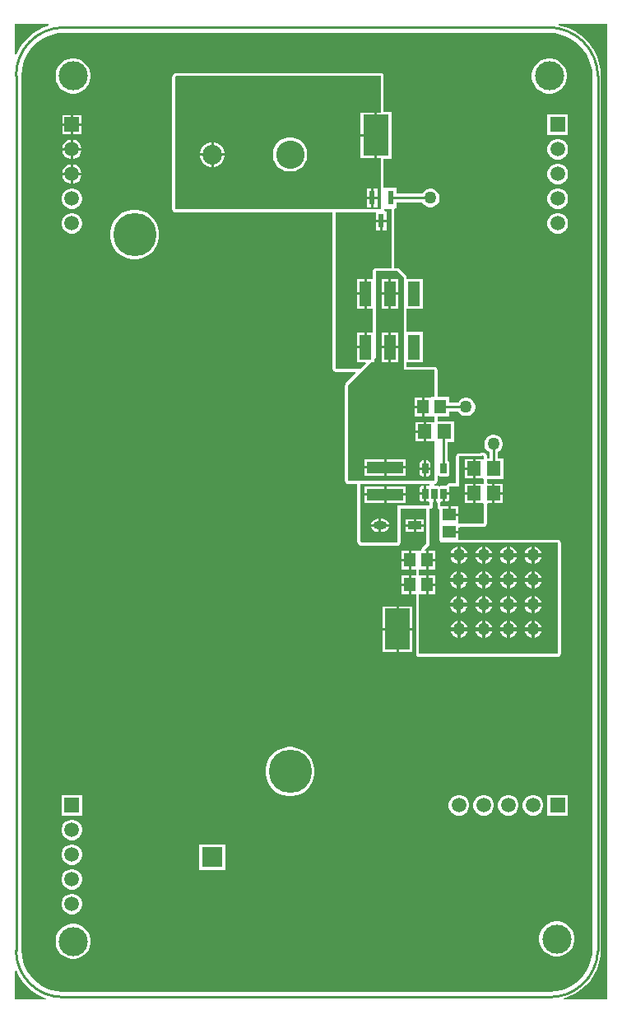
<source format=gtl>
G04*
G04 #@! TF.GenerationSoftware,Altium Limited,Altium Designer,22.6.1 (34)*
G04*
G04 Layer_Physical_Order=1*
G04 Layer_Color=255*
%FSLAX25Y25*%
%MOIN*%
G70*
G04*
G04 #@! TF.SameCoordinates,F07FD183-076F-48D4-B815-8826F00F65DA*
G04*
G04*
G04 #@! TF.FilePolarity,Positive*
G04*
G01*
G75*
%ADD13C,0.01000*%
%ADD14R,0.05544X0.03237*%
G04:AMPARAMS|DCode=15|XSize=55.44mil|YSize=32.37mil|CornerRadius=16.18mil|HoleSize=0mil|Usage=FLASHONLY|Rotation=180.000|XOffset=0mil|YOffset=0mil|HoleType=Round|Shape=RoundedRectangle|*
%AMROUNDEDRECTD15*
21,1,0.05544,0.00000,0,0,180.0*
21,1,0.02307,0.03237,0,0,180.0*
1,1,0.03237,-0.01154,0.00000*
1,1,0.03237,0.01154,0.00000*
1,1,0.03237,0.01154,0.00000*
1,1,0.03237,-0.01154,0.00000*
%
%ADD15ROUNDEDRECTD15*%
%ADD16R,0.10236X0.16535*%
%ADD17R,0.04724X0.05512*%
G04:AMPARAMS|DCode=18|XSize=43.31mil|YSize=23.62mil|CornerRadius=2.01mil|HoleSize=0mil|Usage=FLASHONLY|Rotation=90.000|XOffset=0mil|YOffset=0mil|HoleType=Round|Shape=RoundedRectangle|*
%AMROUNDEDRECTD18*
21,1,0.04331,0.01961,0,0,90.0*
21,1,0.03929,0.02362,0,0,90.0*
1,1,0.00402,0.00980,0.01965*
1,1,0.00402,0.00980,-0.01965*
1,1,0.00402,-0.00980,-0.01965*
1,1,0.00402,-0.00980,0.01965*
%
%ADD18ROUNDEDRECTD18*%
%ADD19R,0.05512X0.05906*%
%ADD20R,0.05512X0.04724*%
%ADD21R,0.14600X0.04700*%
%ADD22R,0.04724X0.09843*%
%ADD23R,0.02362X0.05709*%
%ADD32C,0.17500*%
%ADD33C,0.11500*%
%ADD34R,0.07953X0.07953*%
%ADD35C,0.07953*%
%ADD37R,0.05906X0.05906*%
%ADD38C,0.05906*%
%ADD39C,0.11811*%
%ADD40R,0.05906X0.05906*%
%ADD41C,0.05000*%
G36*
X218599Y391337D02*
X220872Y390885D01*
X223068Y390140D01*
X225147Y389114D01*
X227075Y387826D01*
X228818Y386298D01*
X230346Y384555D01*
X231634Y382627D01*
X232659Y380548D01*
X233405Y378353D01*
X233857Y376079D01*
X233991Y374038D01*
X233986Y374013D01*
Y19772D01*
X233976Y19763D01*
X233976Y19763D01*
X233976Y19763D01*
X233873Y18185D01*
X233433Y15974D01*
X232708Y13839D01*
X231711Y11818D01*
X230459Y9943D01*
X228972Y8248D01*
X227277Y6762D01*
X225403Y5509D01*
X223381Y4512D01*
X221246Y3787D01*
X219035Y3348D01*
X216786Y3200D01*
X216125Y3243D01*
X216035Y3245D01*
Y3235D01*
X20155D01*
X19685Y3235D01*
X19685Y3245D01*
X19655Y3239D01*
X19156Y3232D01*
X17253Y3357D01*
X15107Y3784D01*
X13036Y4487D01*
X11074Y5454D01*
X9256Y6669D01*
X7611Y8111D01*
X6169Y9756D01*
X4954Y11575D01*
X3987Y13536D01*
X3284Y15607D01*
X2857Y17753D01*
X2731Y19671D01*
X2735Y19689D01*
Y373562D01*
X2735Y374016D01*
X2745D01*
X2736Y374059D01*
X2732Y374556D01*
X2860Y376514D01*
X3300Y378723D01*
X4024Y380856D01*
X5020Y382877D01*
X6272Y384750D01*
X7757Y386443D01*
X9451Y387929D01*
X11324Y389180D01*
X13344Y390177D01*
X15478Y390901D01*
X17687Y391340D01*
X19220Y391441D01*
X19714Y391462D01*
X20000Y391456D01*
Y391466D01*
X215581D01*
X216035Y391466D01*
Y391456D01*
X216077Y391464D01*
X216576Y391470D01*
X218599Y391337D01*
D02*
G37*
G36*
X13787Y394500D02*
X11829Y393835D01*
X9344Y392610D01*
X7040Y391071D01*
X4957Y389244D01*
X3130Y387160D01*
X1591Y384857D01*
X500Y382645D01*
X0Y382761D01*
Y395000D01*
X13704D01*
X13787Y394500D01*
D02*
G37*
G36*
X240000Y0D02*
X222377D01*
X222295Y500D01*
X224704Y1318D01*
X227132Y2515D01*
X229382Y4019D01*
X231417Y5803D01*
X233202Y7838D01*
X234705Y10089D01*
X235903Y12517D01*
X236773Y15079D01*
X237301Y17734D01*
X237418Y19522D01*
X237439Y19627D01*
X237439D01*
X237452Y19695D01*
X237452Y20125D01*
Y374013D01*
X237448Y374034D01*
X237448Y374035D01*
X237448D01*
X237285Y376530D01*
X236744Y379248D01*
X235854Y381871D01*
X234628Y384356D01*
X233089Y386660D01*
X231262Y388743D01*
X229179Y390569D01*
X226876Y392109D01*
X224391Y393334D01*
X221767Y394225D01*
X220382Y394500D01*
X220431Y395000D01*
X240000D01*
Y0D01*
D02*
G37*
G36*
X1525Y9595D02*
X3028Y7345D01*
X4811Y5311D01*
X6845Y3528D01*
X9094Y2025D01*
X11521Y828D01*
X12508Y493D01*
X12426Y0D01*
X0D01*
Y11556D01*
X500Y11673D01*
X1525Y9595D01*
D02*
G37*
%LPC*%
G36*
X65354Y375249D02*
X65354Y375249D01*
X65354Y375249D01*
X65057Y375190D01*
X64885Y375156D01*
X64885Y375156D01*
X64885Y375156D01*
X64668Y375010D01*
X64489Y374890D01*
X64489Y374890D01*
X64489Y374890D01*
X64135Y374537D01*
X64135Y374537D01*
X64135Y374537D01*
X63970Y374290D01*
X63870Y374140D01*
Y374140D01*
X63870Y374140D01*
X63817Y373876D01*
X63776Y373672D01*
X63776Y373672D01*
X63776Y373672D01*
Y350000D01*
Y344331D01*
Y320000D01*
X63870Y319532D01*
X64135Y319135D01*
X64532Y318870D01*
X65000Y318776D01*
X128777D01*
Y255468D01*
X128870Y255000D01*
X129135Y254603D01*
X129532Y254338D01*
X130000Y254245D01*
X138101D01*
X138293Y253783D01*
X134135Y249625D01*
X133870Y249228D01*
X133776Y248760D01*
Y225000D01*
Y210000D01*
X133870Y209532D01*
X134135Y209135D01*
X134532Y208870D01*
X135000Y208776D01*
X138777D01*
Y185620D01*
X138870Y185152D01*
X139135Y184755D01*
X139755Y184135D01*
X140152Y183870D01*
X140620Y183776D01*
X155000D01*
X155468Y183870D01*
X155865Y184135D01*
X156130Y184532D01*
X156223Y185000D01*
Y198776D01*
X166684D01*
Y184664D01*
X165102Y183082D01*
X165102Y183082D01*
X164969Y182884D01*
X164837Y182685D01*
X164743Y182217D01*
X164743Y182217D01*
X164286Y181955D01*
X163524D01*
Y181955D01*
X163362Y181755D01*
X160500D01*
Y177999D01*
Y174243D01*
X162527D01*
Y171755D01*
X160500D01*
Y167999D01*
Y164243D01*
X162527D01*
Y140000D01*
X162620Y139532D01*
X162885Y139135D01*
X163282Y138870D01*
X163750Y138777D01*
X220000D01*
X220468Y138870D01*
X220865Y139135D01*
X221130Y139532D01*
X221223Y140000D01*
Y185000D01*
X221130Y185468D01*
X220865Y185865D01*
X220468Y186130D01*
X220000Y186223D01*
X179760D01*
Y188791D01*
X176004D01*
Y189791D01*
X179760D01*
Y191051D01*
X179889Y191217D01*
X180260Y191425D01*
X180270Y191422D01*
X180321Y191428D01*
X180372Y191418D01*
X190000D01*
X190468Y191511D01*
X190865Y191776D01*
X191130Y192173D01*
X191224Y192641D01*
Y200622D01*
X191246Y200659D01*
X191609Y201047D01*
X193437D01*
Y205000D01*
Y208953D01*
X191609D01*
X191246Y209341D01*
X191224Y209378D01*
Y210627D01*
X191642Y210847D01*
X197882D01*
Y219153D01*
X195670D01*
Y221728D01*
X196209Y222039D01*
X196898Y222728D01*
X197385Y223572D01*
X197637Y224513D01*
Y225487D01*
X197385Y226428D01*
X196898Y227272D01*
X196209Y227961D01*
X195365Y228448D01*
X194424Y228700D01*
X193450D01*
X192509Y228448D01*
X191665Y227961D01*
X190976Y227272D01*
X190489Y226428D01*
X190237Y225487D01*
Y224513D01*
X190489Y223572D01*
X190976Y222728D01*
X191665Y222039D01*
X192204Y221728D01*
Y219153D01*
X191642D01*
X191224Y219373D01*
Y220148D01*
X191191Y220310D01*
X191179Y220476D01*
X191145Y220543D01*
X191130Y220616D01*
X191038Y220754D01*
X190963Y220902D01*
X190907Y220951D01*
X190865Y221013D01*
X190727Y221105D01*
X190601Y221213D01*
X190149Y221468D01*
X190078Y221492D01*
X190016Y221533D01*
X189853Y221565D01*
X189696Y221617D01*
X189621Y221612D01*
X189548Y221626D01*
X189385Y221594D01*
X189220Y221581D01*
X189153Y221548D01*
X189080Y221533D01*
X188942Y221441D01*
X188794Y221366D01*
X188745Y221309D01*
X188683Y221268D01*
X188638Y221223D01*
X180000D01*
X179532Y221130D01*
X179135Y220865D01*
X178870Y220468D01*
X178777Y220000D01*
Y209073D01*
X176095D01*
X175919Y209038D01*
X175740Y209021D01*
X175687Y208992D01*
X175627Y208980D01*
X175478Y208880D01*
X175319Y208796D01*
X175281Y208749D01*
X175230Y208715D01*
X175130Y208566D01*
X175016Y208427D01*
X174915Y208236D01*
X174721Y208275D01*
X172760D01*
X172213Y208166D01*
X171870Y207937D01*
X171527Y208166D01*
X170980Y208275D01*
X169838D01*
X169837Y208277D01*
X169898Y208465D01*
X170153Y208807D01*
X170468Y208870D01*
X170865Y209135D01*
X171130Y209532D01*
X171223Y210000D01*
Y212032D01*
X171723Y212183D01*
X171750Y212144D01*
X172213Y211834D01*
X172760Y211725D01*
X174721D01*
X175267Y211834D01*
X175730Y212144D01*
X176040Y212607D01*
X176149Y213154D01*
Y217083D01*
X176040Y217629D01*
X175730Y218093D01*
X175473Y218264D01*
Y225847D01*
X177913D01*
Y234153D01*
X171687D01*
X171223Y234386D01*
Y236044D01*
X176023D01*
Y238267D01*
X179529D01*
X179840Y237728D01*
X180529Y237039D01*
X181373Y236552D01*
X182314Y236300D01*
X183288D01*
X184229Y236552D01*
X185073Y237039D01*
X185761Y237728D01*
X186249Y238572D01*
X186501Y239513D01*
Y240487D01*
X186249Y241428D01*
X185761Y242272D01*
X185073Y242961D01*
X184229Y243448D01*
X183288Y243700D01*
X182314D01*
X181373Y243448D01*
X180529Y242961D01*
X179840Y242272D01*
X179529Y241733D01*
X176023D01*
Y243956D01*
X171514D01*
X171223Y244309D01*
Y255000D01*
X171130Y255468D01*
X170865Y255865D01*
X170468Y256130D01*
X170000Y256224D01*
X158723D01*
Y258052D01*
X165323D01*
Y270294D01*
X158723D01*
Y279706D01*
X165323D01*
Y291948D01*
X158723D01*
Y292500D01*
X158630Y292968D01*
X158365Y293365D01*
X155865Y295865D01*
X155468Y296130D01*
X155000Y296223D01*
X153782D01*
Y320000D01*
X153768Y320072D01*
X154175Y320572D01*
X154573D01*
Y322893D01*
X165127D01*
X165438Y322354D01*
X166127Y321665D01*
X166970Y321178D01*
X167911Y320926D01*
X168886D01*
X169827Y321178D01*
X170670Y321665D01*
X171359Y322354D01*
X171846Y323198D01*
X172098Y324139D01*
Y325113D01*
X171846Y326054D01*
X171359Y326898D01*
X170670Y327587D01*
X169827Y328074D01*
X168886Y328326D01*
X167911D01*
X166970Y328074D01*
X166127Y327587D01*
X165438Y326898D01*
X165127Y326359D01*
X154573D01*
Y328680D01*
X149811D01*
X149398Y328890D01*
Y330000D01*
Y340532D01*
X152558D01*
Y359468D01*
X149398D01*
Y374016D01*
X149348Y374266D01*
X149304Y374484D01*
X149304Y374484D01*
X149304Y374484D01*
X149165Y374693D01*
X149039Y374881D01*
X149039Y374881D01*
X149039Y374881D01*
X148851Y375007D01*
X148642Y375146D01*
X148642Y375146D01*
X148642Y375146D01*
X148425Y375189D01*
X148174Y375239D01*
X65354Y375249D01*
D02*
G37*
G36*
X217235Y381121D02*
X215836D01*
X214463Y380848D01*
X213170Y380313D01*
X212006Y379535D01*
X211016Y378545D01*
X210239Y377381D01*
X209703Y376088D01*
X209430Y374716D01*
Y373316D01*
X209703Y371943D01*
X210239Y370650D01*
X211016Y369486D01*
X212006Y368496D01*
X213170Y367719D01*
X214463Y367183D01*
X215836Y366910D01*
X217235D01*
X218608Y367183D01*
X219901Y367719D01*
X221065Y368496D01*
X222055Y369486D01*
X222832Y370650D01*
X223368Y371943D01*
X223641Y373316D01*
Y374716D01*
X223368Y376088D01*
X222832Y377381D01*
X222055Y378545D01*
X221065Y379535D01*
X219901Y380313D01*
X218608Y380848D01*
X217235Y381121D01*
D02*
G37*
G36*
X24322D02*
X22922D01*
X21549Y380848D01*
X20256Y380313D01*
X19093Y379535D01*
X18103Y378545D01*
X17325Y377381D01*
X16790Y376088D01*
X16517Y374716D01*
Y373316D01*
X16790Y371943D01*
X17325Y370650D01*
X18103Y369486D01*
X19093Y368496D01*
X20256Y367719D01*
X21549Y367183D01*
X22922Y366910D01*
X24322D01*
X25695Y367183D01*
X26988Y367719D01*
X28152Y368496D01*
X29141Y369486D01*
X29919Y370650D01*
X30454Y371943D01*
X30728Y373316D01*
Y374716D01*
X30454Y376088D01*
X29919Y377381D01*
X29141Y378545D01*
X28152Y379535D01*
X26988Y380313D01*
X25695Y380848D01*
X24322Y381121D01*
D02*
G37*
G36*
X27075Y358283D02*
X23622D01*
Y354831D01*
X27075D01*
Y358283D01*
D02*
G37*
G36*
X22622D02*
X19169D01*
Y354831D01*
X22622D01*
Y358283D01*
D02*
G37*
G36*
X27075Y353831D02*
X23622D01*
Y350378D01*
X27075D01*
Y353831D01*
D02*
G37*
G36*
X22622D02*
X19169D01*
Y350378D01*
X22622D01*
Y353831D01*
D02*
G37*
G36*
X224125Y358484D02*
X215820D01*
Y350178D01*
X224125D01*
Y358484D01*
D02*
G37*
G36*
X23642Y348284D02*
X23622D01*
Y344831D01*
X27075D01*
Y344851D01*
X26805Y345856D01*
X26285Y346758D01*
X25549Y347494D01*
X24648Y348014D01*
X23642Y348284D01*
D02*
G37*
G36*
X22622D02*
X22602D01*
X21596Y348014D01*
X20695Y347494D01*
X19959Y346758D01*
X19439Y345856D01*
X19169Y344851D01*
Y344831D01*
X22622D01*
Y348284D01*
D02*
G37*
G36*
X27075Y343831D02*
X23622D01*
Y340378D01*
X23642D01*
X24648Y340647D01*
X25549Y341168D01*
X26285Y341904D01*
X26805Y342805D01*
X27075Y343810D01*
Y343831D01*
D02*
G37*
G36*
X22622D02*
X19169D01*
Y343810D01*
X19439Y342805D01*
X19959Y341904D01*
X20695Y341168D01*
X21596Y340647D01*
X22602Y340378D01*
X22622D01*
Y343831D01*
D02*
G37*
G36*
X220519Y348483D02*
X219426D01*
X218370Y348200D01*
X217423Y347654D01*
X216649Y346881D01*
X216103Y345934D01*
X215820Y344877D01*
Y343784D01*
X216103Y342728D01*
X216649Y341781D01*
X217423Y341008D01*
X218370Y340461D01*
X219426Y340178D01*
X220519D01*
X221575Y340461D01*
X222522Y341008D01*
X223295Y341781D01*
X223842Y342728D01*
X224125Y343784D01*
Y344877D01*
X223842Y345934D01*
X223295Y346881D01*
X222522Y347654D01*
X221575Y348200D01*
X220519Y348483D01*
D02*
G37*
G36*
X23642Y338283D02*
X23622D01*
Y334831D01*
X27075D01*
Y334851D01*
X26805Y335856D01*
X26285Y336758D01*
X25549Y337494D01*
X24648Y338014D01*
X23642Y338283D01*
D02*
G37*
G36*
X22622D02*
X22602D01*
X21596Y338014D01*
X20695Y337494D01*
X19959Y336758D01*
X19439Y335856D01*
X19169Y334851D01*
Y334831D01*
X22622D01*
Y338283D01*
D02*
G37*
G36*
X27075Y333831D02*
X23622D01*
Y330378D01*
X23642D01*
X24648Y330647D01*
X25549Y331168D01*
X26285Y331904D01*
X26805Y332805D01*
X27075Y333810D01*
Y333831D01*
D02*
G37*
G36*
X22622D02*
X19169D01*
Y333810D01*
X19439Y332805D01*
X19959Y331904D01*
X20695Y331168D01*
X21596Y330647D01*
X22602Y330378D01*
X22622D01*
Y333831D01*
D02*
G37*
G36*
X220519Y338484D02*
X219426D01*
X218370Y338200D01*
X217423Y337654D01*
X216649Y336881D01*
X216103Y335934D01*
X215820Y334877D01*
Y333784D01*
X216103Y332728D01*
X216649Y331781D01*
X217423Y331008D01*
X218370Y330461D01*
X219426Y330178D01*
X220519D01*
X221575Y330461D01*
X222522Y331008D01*
X223295Y331781D01*
X223842Y332728D01*
X224125Y333784D01*
Y334877D01*
X223842Y335934D01*
X223295Y336881D01*
X222522Y337654D01*
X221575Y338200D01*
X220519Y338484D01*
D02*
G37*
G36*
Y328484D02*
X219426D01*
X218370Y328201D01*
X217423Y327654D01*
X216649Y326881D01*
X216103Y325934D01*
X215820Y324877D01*
Y323784D01*
X216103Y322728D01*
X216649Y321781D01*
X217423Y321008D01*
X218370Y320461D01*
X219426Y320178D01*
X220519D01*
X221575Y320461D01*
X222522Y321008D01*
X223295Y321781D01*
X223842Y322728D01*
X224125Y323784D01*
Y324877D01*
X223842Y325934D01*
X223295Y326881D01*
X222522Y327654D01*
X221575Y328201D01*
X220519Y328484D01*
D02*
G37*
G36*
X23669D02*
X22575D01*
X21519Y328201D01*
X20572Y327654D01*
X19799Y326881D01*
X19252Y325934D01*
X18969Y324877D01*
Y323784D01*
X19252Y322728D01*
X19799Y321781D01*
X20572Y321008D01*
X21519Y320461D01*
X22575Y320178D01*
X23669D01*
X24725Y320461D01*
X25672Y321008D01*
X26445Y321781D01*
X26992Y322728D01*
X27275Y323784D01*
Y324877D01*
X26992Y325934D01*
X26445Y326881D01*
X25672Y327654D01*
X24725Y328201D01*
X23669Y328484D01*
D02*
G37*
G36*
X220519Y318483D02*
X219426D01*
X218370Y318200D01*
X217423Y317654D01*
X216649Y316881D01*
X216103Y315934D01*
X215820Y314877D01*
Y313784D01*
X216103Y312728D01*
X216649Y311781D01*
X217423Y311008D01*
X218370Y310461D01*
X219426Y310178D01*
X220519D01*
X221575Y310461D01*
X222522Y311008D01*
X223295Y311781D01*
X223842Y312728D01*
X224125Y313784D01*
Y314877D01*
X223842Y315934D01*
X223295Y316881D01*
X222522Y317654D01*
X221575Y318200D01*
X220519Y318483D01*
D02*
G37*
G36*
X23669D02*
X22575D01*
X21519Y318200D01*
X20572Y317654D01*
X19799Y316881D01*
X19252Y315934D01*
X18969Y314877D01*
Y313784D01*
X19252Y312728D01*
X19799Y311781D01*
X20572Y311008D01*
X21519Y310461D01*
X22575Y310178D01*
X23669D01*
X24725Y310461D01*
X25672Y311008D01*
X26445Y311781D01*
X26992Y312728D01*
X27275Y313784D01*
Y314877D01*
X26992Y315934D01*
X26445Y316881D01*
X25672Y317654D01*
X24725Y318200D01*
X23669Y318483D01*
D02*
G37*
G36*
X49480Y319800D02*
X47520D01*
X45598Y319418D01*
X43787Y318668D01*
X42157Y317579D01*
X40771Y316193D01*
X39682Y314563D01*
X38932Y312752D01*
X38550Y310830D01*
Y308870D01*
X38932Y306948D01*
X39682Y305137D01*
X40771Y303507D01*
X42157Y302121D01*
X43787Y301032D01*
X45598Y300282D01*
X47520Y299900D01*
X49480D01*
X51402Y300282D01*
X53213Y301032D01*
X54843Y302121D01*
X56229Y303507D01*
X57318Y305137D01*
X58068Y306948D01*
X58450Y308870D01*
Y310830D01*
X58068Y312752D01*
X57318Y314563D01*
X56229Y316193D01*
X54843Y317579D01*
X53213Y318668D01*
X51402Y319418D01*
X49480Y319800D01*
D02*
G37*
G36*
X197693Y208953D02*
X194437D01*
Y205500D01*
X197693D01*
Y208953D01*
D02*
G37*
G36*
Y204500D02*
X194437D01*
Y201047D01*
X197693D01*
Y204500D01*
D02*
G37*
G36*
X165780Y194619D02*
X162508D01*
Y192501D01*
X165780D01*
Y194619D01*
D02*
G37*
G36*
X161508D02*
X158236D01*
Y192501D01*
X161508D01*
Y194619D01*
D02*
G37*
G36*
X165780Y191501D02*
X162508D01*
Y189383D01*
X165780D01*
Y191501D01*
D02*
G37*
G36*
X161508D02*
X158236D01*
Y189383D01*
X161508D01*
Y191501D01*
D02*
G37*
G36*
X159500Y181755D02*
X156638D01*
Y178499D01*
X159500D01*
Y181755D01*
D02*
G37*
G36*
Y177499D02*
X156638D01*
Y174243D01*
X159500D01*
Y177499D01*
D02*
G37*
G36*
Y171755D02*
X156638D01*
Y168499D01*
X159500D01*
Y171755D01*
D02*
G37*
G36*
Y167499D02*
X156638D01*
Y164243D01*
X159500D01*
Y167499D01*
D02*
G37*
G36*
X161118Y159268D02*
X155500D01*
Y150500D01*
X161118D01*
Y159268D01*
D02*
G37*
G36*
X154500D02*
X148882D01*
Y150500D01*
X154500D01*
Y159268D01*
D02*
G37*
G36*
X161118Y149500D02*
X155500D01*
Y140732D01*
X161118D01*
Y149500D01*
D02*
G37*
G36*
X154500D02*
X148882D01*
Y140732D01*
X154500D01*
Y149500D01*
D02*
G37*
G36*
X112480Y102300D02*
X110520D01*
X108598Y101918D01*
X106787Y101168D01*
X105157Y100079D01*
X103771Y98693D01*
X102682Y97063D01*
X101932Y95252D01*
X101550Y93330D01*
Y91370D01*
X101932Y89448D01*
X102682Y87637D01*
X103771Y86007D01*
X105157Y84621D01*
X106787Y83532D01*
X108598Y82782D01*
X110520Y82400D01*
X112480D01*
X114402Y82782D01*
X116213Y83532D01*
X117843Y84621D01*
X119229Y86007D01*
X120318Y87637D01*
X121068Y89448D01*
X121450Y91370D01*
Y93330D01*
X121068Y95252D01*
X120318Y97063D01*
X119229Y98693D01*
X117843Y100079D01*
X116213Y101168D01*
X114402Y101918D01*
X112480Y102300D01*
D02*
G37*
G36*
X27275Y82893D02*
X18969D01*
Y74587D01*
X27275D01*
Y82893D01*
D02*
G37*
G36*
X224113Y82881D02*
X215808D01*
Y74576D01*
X224113D01*
Y82881D01*
D02*
G37*
G36*
X210507D02*
X209414D01*
X208358Y82598D01*
X207411Y82051D01*
X206638Y81278D01*
X206091Y80331D01*
X205808Y79275D01*
Y78182D01*
X206091Y77126D01*
X206638Y76178D01*
X207411Y75405D01*
X208358Y74859D01*
X209414Y74576D01*
X210507D01*
X211563Y74859D01*
X212510Y75405D01*
X213284Y76178D01*
X213830Y77126D01*
X214113Y78182D01*
Y79275D01*
X213830Y80331D01*
X213284Y81278D01*
X212510Y82051D01*
X211563Y82598D01*
X210507Y82881D01*
D02*
G37*
G36*
X200507D02*
X199414D01*
X198358Y82598D01*
X197411Y82051D01*
X196638Y81278D01*
X196091Y80331D01*
X195808Y79275D01*
Y78182D01*
X196091Y77126D01*
X196638Y76178D01*
X197411Y75405D01*
X198358Y74859D01*
X199414Y74576D01*
X200507D01*
X201564Y74859D01*
X202510Y75405D01*
X203284Y76178D01*
X203830Y77126D01*
X204113Y78182D01*
Y79275D01*
X203830Y80331D01*
X203284Y81278D01*
X202510Y82051D01*
X201564Y82598D01*
X200507Y82881D01*
D02*
G37*
G36*
X190507D02*
X189414D01*
X188358Y82598D01*
X187411Y82051D01*
X186638Y81278D01*
X186091Y80331D01*
X185808Y79275D01*
Y78182D01*
X186091Y77126D01*
X186638Y76178D01*
X187411Y75405D01*
X188358Y74859D01*
X189414Y74576D01*
X190507D01*
X191563Y74859D01*
X192510Y75405D01*
X193284Y76178D01*
X193830Y77126D01*
X194113Y78182D01*
Y79275D01*
X193830Y80331D01*
X193284Y81278D01*
X192510Y82051D01*
X191563Y82598D01*
X190507Y82881D01*
D02*
G37*
G36*
X180507D02*
X179414D01*
X178358Y82598D01*
X177411Y82051D01*
X176638Y81278D01*
X176091Y80331D01*
X175808Y79275D01*
Y78182D01*
X176091Y77126D01*
X176638Y76178D01*
X177411Y75405D01*
X178358Y74859D01*
X179414Y74576D01*
X180507D01*
X181563Y74859D01*
X182510Y75405D01*
X183284Y76178D01*
X183830Y77126D01*
X184113Y78182D01*
Y79275D01*
X183830Y80331D01*
X183284Y81278D01*
X182510Y82051D01*
X181563Y82598D01*
X180507Y82881D01*
D02*
G37*
G36*
X23669Y72893D02*
X22575D01*
X21519Y72610D01*
X20572Y72063D01*
X19799Y71290D01*
X19252Y70343D01*
X18969Y69287D01*
Y68193D01*
X19252Y67137D01*
X19799Y66190D01*
X20572Y65417D01*
X21519Y64870D01*
X22575Y64587D01*
X23669D01*
X24725Y64870D01*
X25672Y65417D01*
X26445Y66190D01*
X26992Y67137D01*
X27275Y68193D01*
Y69287D01*
X26992Y70343D01*
X26445Y71290D01*
X25672Y72063D01*
X24725Y72610D01*
X23669Y72893D01*
D02*
G37*
G36*
Y62893D02*
X22575D01*
X21519Y62610D01*
X20572Y62063D01*
X19799Y61290D01*
X19252Y60343D01*
X18969Y59287D01*
Y58193D01*
X19252Y57137D01*
X19799Y56190D01*
X20572Y55417D01*
X21519Y54870D01*
X22575Y54587D01*
X23669D01*
X24725Y54870D01*
X25672Y55417D01*
X26445Y56190D01*
X26992Y57137D01*
X27275Y58193D01*
Y59287D01*
X26992Y60343D01*
X26445Y61290D01*
X25672Y62063D01*
X24725Y62610D01*
X23669Y62893D01*
D02*
G37*
G36*
X85176Y62926D02*
X74824D01*
Y52574D01*
X85176D01*
Y62926D01*
D02*
G37*
G36*
X23669Y52893D02*
X22575D01*
X21519Y52610D01*
X20572Y52063D01*
X19799Y51290D01*
X19252Y50343D01*
X18969Y49287D01*
Y48193D01*
X19252Y47137D01*
X19799Y46190D01*
X20572Y45417D01*
X21519Y44870D01*
X22575Y44587D01*
X23669D01*
X24725Y44870D01*
X25672Y45417D01*
X26445Y46190D01*
X26992Y47137D01*
X27275Y48193D01*
Y49287D01*
X26992Y50343D01*
X26445Y51290D01*
X25672Y52063D01*
X24725Y52610D01*
X23669Y52893D01*
D02*
G37*
G36*
Y42893D02*
X22575D01*
X21519Y42610D01*
X20572Y42063D01*
X19799Y41290D01*
X19252Y40343D01*
X18969Y39287D01*
Y38193D01*
X19252Y37137D01*
X19799Y36190D01*
X20572Y35417D01*
X21519Y34870D01*
X22575Y34587D01*
X23669D01*
X24725Y34870D01*
X25672Y35417D01*
X26445Y36190D01*
X26992Y37137D01*
X27275Y38193D01*
Y39287D01*
X26992Y40343D01*
X26445Y41290D01*
X25672Y42063D01*
X24725Y42610D01*
X23669Y42893D01*
D02*
G37*
G36*
X220235Y31728D02*
X218836D01*
X217463Y31455D01*
X216170Y30919D01*
X215006Y30141D01*
X214016Y29151D01*
X213239Y27988D01*
X212703Y26695D01*
X212430Y25322D01*
Y23922D01*
X212703Y22549D01*
X213239Y21256D01*
X214016Y20092D01*
X215006Y19103D01*
X216170Y18325D01*
X217463Y17790D01*
X218836Y17516D01*
X220235D01*
X221608Y17790D01*
X222901Y18325D01*
X224065Y19103D01*
X225055Y20092D01*
X225832Y21256D01*
X226368Y22549D01*
X226641Y23922D01*
Y25322D01*
X226368Y26695D01*
X225832Y27988D01*
X225055Y29151D01*
X224065Y30141D01*
X222901Y30919D01*
X221608Y31455D01*
X220235Y31728D01*
D02*
G37*
G36*
X24322Y30728D02*
X22922D01*
X21549Y30454D01*
X20256Y29919D01*
X19093Y29141D01*
X18103Y28152D01*
X17325Y26988D01*
X16790Y25695D01*
X16517Y24322D01*
Y22922D01*
X16790Y21549D01*
X17325Y20256D01*
X18103Y19093D01*
X19093Y18103D01*
X20256Y17325D01*
X21549Y16790D01*
X22922Y16517D01*
X24322D01*
X25695Y16790D01*
X26988Y17325D01*
X28152Y18103D01*
X29141Y19093D01*
X29919Y20256D01*
X30454Y21549D01*
X30728Y22922D01*
Y24322D01*
X30454Y25695D01*
X29919Y26988D01*
X29141Y28152D01*
X28152Y29141D01*
X26988Y29919D01*
X25695Y30454D01*
X24322Y30728D01*
D02*
G37*
%LPD*%
G36*
X148174Y374016D02*
Y359268D01*
X146740D01*
Y350000D01*
Y340732D01*
X148174D01*
Y330000D01*
Y320000D01*
X65000D01*
Y344331D01*
Y350000D01*
Y373672D01*
X65354Y374025D01*
X148174Y374016D01*
D02*
G37*
G36*
X152558Y296223D02*
X146240D01*
X145772Y296130D01*
X145375Y295865D01*
X145110Y295468D01*
X145017Y295000D01*
Y291748D01*
X142576D01*
Y285827D01*
Y279906D01*
X145017D01*
Y270094D01*
X142576D01*
Y264173D01*
X142076D01*
Y263673D01*
X138714D01*
Y258252D01*
X142109D01*
X142300Y257790D01*
X139978Y255468D01*
X130000D01*
Y318776D01*
X146270D01*
Y315874D01*
X150633D01*
Y319228D01*
X149885D01*
X149598Y319704D01*
X149759Y320000D01*
X152558D01*
Y296223D01*
D02*
G37*
G36*
X157500Y292500D02*
Y255000D01*
X170000D01*
Y244309D01*
X169646Y243956D01*
X168898Y243956D01*
X168481Y243756D01*
X168398D01*
X165874D01*
Y240000D01*
Y236244D01*
X168481D01*
X168898Y236044D01*
X169153Y236044D01*
X170000D01*
Y234386D01*
X169839Y233953D01*
X169500Y233953D01*
X166583D01*
Y230000D01*
Y226047D01*
X169500D01*
X169839Y226047D01*
X170000Y225614D01*
Y210000D01*
X135000D01*
Y225000D01*
Y248760D01*
X144292Y258052D01*
X145638D01*
Y259398D01*
X146240Y260000D01*
Y295000D01*
X155000D01*
X157500Y292500D01*
D02*
G37*
G36*
X168062Y208277D02*
X167956Y208187D01*
X167606Y207998D01*
X167240Y208071D01*
X166760D01*
Y204882D01*
Y201693D01*
X167240D01*
X167606Y201766D01*
X167956Y201577D01*
X168106Y201450D01*
Y200000D01*
X155000D01*
Y185000D01*
X140620D01*
X140000Y185620D01*
Y208776D01*
X168037D01*
X168062Y208277D01*
D02*
G37*
G36*
X190000Y220148D02*
Y219373D01*
X189879Y219109D01*
X189553Y218953D01*
X189470D01*
X186552D01*
Y215000D01*
Y211047D01*
X189553D01*
X189879Y210891D01*
X190000Y210627D01*
Y209378D01*
X189884Y209106D01*
X189564Y208953D01*
X189481D01*
X186563D01*
Y205000D01*
Y201047D01*
X189564D01*
X189884Y200894D01*
X190000Y200622D01*
Y192641D01*
X180372D01*
X179960Y192853D01*
X179760Y193288D01*
Y195878D01*
X176004D01*
Y196378D01*
X175504D01*
Y199740D01*
X172461D01*
Y201448D01*
X172760Y201693D01*
X173240D01*
Y204882D01*
X173740D01*
Y205382D01*
X175945D01*
Y206846D01*
X175852Y207315D01*
X175828Y207350D01*
X176095Y207850D01*
X180000D01*
Y220000D01*
X189145D01*
X189548Y220403D01*
X190000Y220148D01*
D02*
G37*
G36*
X170500Y201693D02*
X170766D01*
X170860Y201669D01*
X171060Y201551D01*
X171237Y201234D01*
Y199740D01*
X171330Y199272D01*
X171596Y198875D01*
X171992Y198610D01*
X172048Y198599D01*
Y192816D01*
Y185729D01*
X172461D01*
Y185310D01*
X172771Y185000D01*
X220000D01*
Y140000D01*
X163750D01*
Y164243D01*
X166587D01*
Y167999D01*
Y171755D01*
X163750D01*
Y174243D01*
X166587D01*
Y177999D01*
Y181755D01*
X166158D01*
X165967Y182217D01*
X167907Y184157D01*
Y198776D01*
X168106D01*
X168574Y198870D01*
X168971Y199135D01*
X169236Y199532D01*
X169329Y200000D01*
Y201450D01*
X169500Y201550D01*
Y204882D01*
X170500D01*
Y201693D01*
D02*
G37*
%LPC*%
G36*
X145740Y359268D02*
X140122D01*
Y350500D01*
X145740D01*
Y359268D01*
D02*
G37*
G36*
X80655Y347226D02*
X80500D01*
Y342750D01*
X84976D01*
Y342905D01*
X84637Y344171D01*
X83982Y345306D01*
X83056Y346232D01*
X81921Y346887D01*
X80655Y347226D01*
D02*
G37*
G36*
X79500D02*
X79345D01*
X78079Y346887D01*
X76944Y346232D01*
X76018Y345306D01*
X75363Y344171D01*
X75024Y342905D01*
Y342750D01*
X79500D01*
Y347226D01*
D02*
G37*
G36*
X145740Y349500D02*
X140122D01*
Y340732D01*
X145740D01*
Y349500D01*
D02*
G37*
G36*
X84976Y341750D02*
X80500D01*
Y337274D01*
X80655D01*
X81921Y337613D01*
X83056Y338268D01*
X83982Y339194D01*
X84637Y340329D01*
X84976Y341595D01*
Y341750D01*
D02*
G37*
G36*
X79500D02*
X75024D01*
Y341595D01*
X75363Y340329D01*
X76018Y339194D01*
X76944Y338268D01*
X78079Y337613D01*
X79345Y337274D01*
X79500D01*
Y341750D01*
D02*
G37*
G36*
X112185Y349200D02*
X110816D01*
X109473Y348933D01*
X108208Y348409D01*
X107070Y347648D01*
X106102Y346680D01*
X105341Y345542D01*
X104817Y344277D01*
X104550Y342934D01*
Y341565D01*
X104817Y340223D01*
X105341Y338958D01*
X106102Y337820D01*
X107070Y336852D01*
X108208Y336091D01*
X109473Y335567D01*
X110816Y335300D01*
X112185D01*
X113527Y335567D01*
X114792Y336091D01*
X115930Y336852D01*
X116898Y337820D01*
X117659Y338958D01*
X118183Y340223D01*
X118450Y341565D01*
Y342934D01*
X118183Y344277D01*
X117659Y345542D01*
X116898Y346680D01*
X115930Y347648D01*
X114792Y348409D01*
X113527Y348933D01*
X112185Y349200D01*
D02*
G37*
G36*
X146892Y328480D02*
X145211D01*
Y325126D01*
X146892D01*
Y328480D01*
D02*
G37*
G36*
X144211D02*
X142530D01*
Y325126D01*
X144211D01*
Y328480D01*
D02*
G37*
G36*
X146892Y324126D02*
X145211D01*
Y320772D01*
X146892D01*
Y324126D01*
D02*
G37*
G36*
X144211D02*
X142530D01*
Y320772D01*
X144211D01*
Y324126D01*
D02*
G37*
G36*
X150633Y314874D02*
X148951D01*
Y311520D01*
X150633D01*
Y314874D01*
D02*
G37*
G36*
X147951D02*
X146270D01*
Y311520D01*
X147951D01*
Y314874D01*
D02*
G37*
G36*
X141576Y291748D02*
X138714D01*
Y286327D01*
X141576D01*
Y291748D01*
D02*
G37*
G36*
Y285327D02*
X138714D01*
Y279906D01*
X141576D01*
Y285327D01*
D02*
G37*
G36*
Y270094D02*
X138714D01*
Y264673D01*
X141576D01*
Y270094D01*
D02*
G37*
G36*
X155280Y291748D02*
X152418D01*
Y286327D01*
X155280D01*
Y291748D01*
D02*
G37*
G36*
X151418D02*
X148556D01*
Y286327D01*
X151418D01*
Y291748D01*
D02*
G37*
G36*
X155280Y285327D02*
X152418D01*
Y279906D01*
X155280D01*
Y285327D01*
D02*
G37*
G36*
X151418D02*
X148556D01*
Y279906D01*
X151418D01*
Y285327D01*
D02*
G37*
G36*
X155280Y270094D02*
X152418D01*
Y264673D01*
X155280D01*
Y270094D01*
D02*
G37*
G36*
X151418D02*
X148556D01*
Y264673D01*
X151418D01*
Y270094D01*
D02*
G37*
G36*
X155280Y263673D02*
X152418D01*
Y258252D01*
X155280D01*
Y263673D01*
D02*
G37*
G36*
X151418D02*
X148556D01*
Y258252D01*
X151418D01*
Y263673D01*
D02*
G37*
G36*
X164874Y243756D02*
X162012D01*
Y240500D01*
X164874D01*
Y243756D01*
D02*
G37*
G36*
Y239500D02*
X162012D01*
Y236244D01*
X164874D01*
Y239500D01*
D02*
G37*
G36*
X165583Y233953D02*
X162327D01*
Y230500D01*
X165583D01*
Y233953D01*
D02*
G37*
G36*
Y229500D02*
X162327D01*
Y226047D01*
X165583D01*
Y229500D01*
D02*
G37*
G36*
X158300Y218850D02*
X150500D01*
Y216000D01*
X158300D01*
Y218850D01*
D02*
G37*
G36*
X149500D02*
X141700D01*
Y216000D01*
X149500D01*
Y218850D01*
D02*
G37*
G36*
X167240Y218307D02*
X166760D01*
Y215618D01*
X168465D01*
Y217083D01*
X168371Y217551D01*
X168106Y217948D01*
X167709Y218214D01*
X167240Y218307D01*
D02*
G37*
G36*
X165760D02*
X165279D01*
X164811Y218214D01*
X164414Y217948D01*
X164148Y217551D01*
X164055Y217083D01*
Y215618D01*
X165760D01*
Y218307D01*
D02*
G37*
G36*
X158300Y215000D02*
X150500D01*
Y212150D01*
X158300D01*
Y215000D01*
D02*
G37*
G36*
X149500D02*
X141700D01*
Y212150D01*
X149500D01*
Y215000D01*
D02*
G37*
G36*
X168465Y214618D02*
X166760D01*
Y211929D01*
X167240D01*
X167709Y212022D01*
X168106Y212288D01*
X168371Y212685D01*
X168465Y213154D01*
Y214618D01*
D02*
G37*
G36*
X165760D02*
X164055D01*
Y213154D01*
X164148Y212685D01*
X164414Y212288D01*
X164811Y212022D01*
X165279Y211929D01*
X165760D01*
Y214618D01*
D02*
G37*
G36*
X165760Y208071D02*
X165279D01*
X164811Y207978D01*
X164414Y207712D01*
X164148Y207315D01*
X164055Y206846D01*
Y205382D01*
X165760D01*
Y208071D01*
D02*
G37*
G36*
X158300Y207850D02*
X150500D01*
Y205000D01*
X158300D01*
Y207850D01*
D02*
G37*
G36*
X149500D02*
X141700D01*
Y205000D01*
X149500D01*
Y207850D01*
D02*
G37*
G36*
X165760Y204382D02*
X164055D01*
Y202917D01*
X164148Y202449D01*
X164414Y202052D01*
X164811Y201786D01*
X165279Y201693D01*
X165760D01*
Y204382D01*
D02*
G37*
G36*
X158300Y204000D02*
X150500D01*
Y201150D01*
X158300D01*
Y204000D01*
D02*
G37*
G36*
X149500D02*
X141700D01*
Y201150D01*
X149500D01*
Y204000D01*
D02*
G37*
G36*
X149146Y194642D02*
X148492D01*
Y192501D01*
X151721D01*
X151697Y192684D01*
X151433Y193322D01*
X151013Y193868D01*
X150466Y194288D01*
X149829Y194552D01*
X149146Y194642D01*
D02*
G37*
G36*
X147492D02*
X146838D01*
X146155Y194552D01*
X145518Y194288D01*
X144971Y193868D01*
X144551Y193322D01*
X144287Y192684D01*
X144263Y192501D01*
X147492D01*
Y194642D01*
D02*
G37*
G36*
X151721Y191501D02*
X148492D01*
Y189360D01*
X149146D01*
X149829Y189450D01*
X150466Y189714D01*
X151013Y190134D01*
X151433Y190681D01*
X151697Y191317D01*
X151721Y191501D01*
D02*
G37*
G36*
X147492D02*
X144263D01*
X144287Y191317D01*
X144551Y190681D01*
X144971Y190134D01*
X145518Y189714D01*
X146155Y189450D01*
X146838Y189360D01*
X147492D01*
Y191501D01*
D02*
G37*
G36*
X185552Y218953D02*
X182296D01*
Y215500D01*
X185552D01*
Y218953D01*
D02*
G37*
G36*
Y214500D02*
X182296D01*
Y211047D01*
X185552D01*
Y214500D01*
D02*
G37*
G36*
X185563Y208953D02*
X182307D01*
Y205500D01*
X185563D01*
Y208953D01*
D02*
G37*
G36*
X175945Y204382D02*
X174240D01*
Y201693D01*
X174721D01*
X175189Y201786D01*
X175586Y202052D01*
X175852Y202449D01*
X175945Y202917D01*
Y204382D01*
D02*
G37*
G36*
X185563Y204500D02*
X182307D01*
Y201047D01*
X185563D01*
Y204500D01*
D02*
G37*
G36*
X179760Y199740D02*
X176504D01*
Y196878D01*
X179760D01*
Y199740D01*
D02*
G37*
G36*
X210711Y183423D02*
Y180750D01*
X213383D01*
X213222Y181351D01*
X212761Y182149D01*
X212110Y182801D01*
X211312Y183262D01*
X210711Y183423D01*
D02*
G37*
G36*
X209211D02*
X208610Y183262D01*
X207812Y182801D01*
X207160Y182149D01*
X206699Y181351D01*
X206538Y180750D01*
X209211D01*
Y183423D01*
D02*
G37*
G36*
X200711D02*
Y180750D01*
X203383D01*
X203222Y181351D01*
X202761Y182149D01*
X202110Y182801D01*
X201312Y183262D01*
X200711Y183423D01*
D02*
G37*
G36*
X199211D02*
X198610Y183262D01*
X197812Y182801D01*
X197160Y182149D01*
X196699Y181351D01*
X196538Y180750D01*
X199211D01*
Y183423D01*
D02*
G37*
G36*
X190750D02*
Y180750D01*
X193422D01*
X193262Y181351D01*
X192801Y182149D01*
X192149Y182801D01*
X191351Y183262D01*
X190750Y183423D01*
D02*
G37*
G36*
X189250D02*
X188649Y183262D01*
X187851Y182801D01*
X187199Y182149D01*
X186739Y181351D01*
X186577Y180750D01*
X189250D01*
Y183423D01*
D02*
G37*
G36*
X180711D02*
Y180750D01*
X183383D01*
X183222Y181351D01*
X182761Y182149D01*
X182110Y182801D01*
X181312Y183262D01*
X180711Y183423D01*
D02*
G37*
G36*
X179211D02*
X178610Y183262D01*
X177812Y182801D01*
X177160Y182149D01*
X176699Y181351D01*
X176538Y180750D01*
X179211D01*
Y183423D01*
D02*
G37*
G36*
X170449Y181755D02*
X167587D01*
Y178499D01*
X170449D01*
Y181755D01*
D02*
G37*
G36*
X213383Y179250D02*
X210711D01*
Y176577D01*
X211312Y176739D01*
X212110Y177199D01*
X212761Y177851D01*
X213222Y178649D01*
X213383Y179250D01*
D02*
G37*
G36*
X209211D02*
X206538D01*
X206699Y178649D01*
X207160Y177851D01*
X207812Y177199D01*
X208610Y176739D01*
X209211Y176577D01*
Y179250D01*
D02*
G37*
G36*
X203383D02*
X200711D01*
Y176577D01*
X201312Y176739D01*
X202110Y177199D01*
X202761Y177851D01*
X203222Y178649D01*
X203383Y179250D01*
D02*
G37*
G36*
X199211D02*
X196538D01*
X196699Y178649D01*
X197160Y177851D01*
X197812Y177199D01*
X198610Y176739D01*
X199211Y176577D01*
Y179250D01*
D02*
G37*
G36*
X193422D02*
X190750D01*
Y176577D01*
X191351Y176739D01*
X192149Y177199D01*
X192801Y177851D01*
X193262Y178649D01*
X193422Y179250D01*
D02*
G37*
G36*
X189250D02*
X186577D01*
X186739Y178649D01*
X187199Y177851D01*
X187851Y177199D01*
X188649Y176739D01*
X189250Y176577D01*
Y179250D01*
D02*
G37*
G36*
X183383D02*
X180711D01*
Y176577D01*
X181312Y176739D01*
X182110Y177199D01*
X182761Y177851D01*
X183222Y178649D01*
X183383Y179250D01*
D02*
G37*
G36*
X179211D02*
X176538D01*
X176699Y178649D01*
X177160Y177851D01*
X177812Y177199D01*
X178610Y176739D01*
X179211Y176577D01*
Y179250D01*
D02*
G37*
G36*
X170449Y177499D02*
X167587D01*
Y174243D01*
X170449D01*
Y177499D01*
D02*
G37*
G36*
X210750Y173423D02*
Y170750D01*
X213422D01*
X213262Y171351D01*
X212801Y172149D01*
X212149Y172801D01*
X211351Y173261D01*
X210750Y173423D01*
D02*
G37*
G36*
X209250D02*
X208649Y173261D01*
X207851Y172801D01*
X207199Y172149D01*
X206738Y171351D01*
X206577Y170750D01*
X209250D01*
Y173423D01*
D02*
G37*
G36*
X200750D02*
Y170750D01*
X203422D01*
X203261Y171351D01*
X202801Y172149D01*
X202149Y172801D01*
X201351Y173261D01*
X200750Y173423D01*
D02*
G37*
G36*
X199250D02*
X198649Y173261D01*
X197851Y172801D01*
X197199Y172149D01*
X196739Y171351D01*
X196578Y170750D01*
X199250D01*
Y173423D01*
D02*
G37*
G36*
X190750D02*
Y170750D01*
X193422D01*
X193262Y171351D01*
X192801Y172149D01*
X192149Y172801D01*
X191351Y173261D01*
X190750Y173423D01*
D02*
G37*
G36*
X189250D02*
X188649Y173261D01*
X187851Y172801D01*
X187199Y172149D01*
X186739Y171351D01*
X186577Y170750D01*
X189250D01*
Y173423D01*
D02*
G37*
G36*
X180510D02*
Y170750D01*
X183182D01*
X183021Y171351D01*
X182561Y172149D01*
X181909Y172801D01*
X181111Y173261D01*
X180510Y173423D01*
D02*
G37*
G36*
X179010D02*
X178409Y173261D01*
X177611Y172801D01*
X176959Y172149D01*
X176498Y171351D01*
X176337Y170750D01*
X179010D01*
Y173423D01*
D02*
G37*
G36*
X170449Y171755D02*
X167587D01*
Y168499D01*
X170449D01*
Y171755D01*
D02*
G37*
G36*
X213422Y169250D02*
X210750D01*
Y166577D01*
X211351Y166738D01*
X212149Y167199D01*
X212801Y167851D01*
X213262Y168649D01*
X213422Y169250D01*
D02*
G37*
G36*
X209250D02*
X206577D01*
X206738Y168649D01*
X207199Y167851D01*
X207851Y167199D01*
X208649Y166738D01*
X209250Y166577D01*
Y169250D01*
D02*
G37*
G36*
X203422D02*
X200750D01*
Y166577D01*
X201351Y166738D01*
X202149Y167199D01*
X202801Y167851D01*
X203261Y168649D01*
X203422Y169250D01*
D02*
G37*
G36*
X199250D02*
X196578D01*
X196739Y168649D01*
X197199Y167851D01*
X197851Y167199D01*
X198649Y166738D01*
X199250Y166577D01*
Y169250D01*
D02*
G37*
G36*
X193422D02*
X190750D01*
Y166577D01*
X191351Y166738D01*
X192149Y167199D01*
X192801Y167851D01*
X193262Y168649D01*
X193422Y169250D01*
D02*
G37*
G36*
X189250D02*
X186577D01*
X186739Y168649D01*
X187199Y167851D01*
X187851Y167199D01*
X188649Y166738D01*
X189250Y166577D01*
Y169250D01*
D02*
G37*
G36*
X183182D02*
X180510D01*
Y166577D01*
X181111Y166738D01*
X181909Y167199D01*
X182561Y167851D01*
X183021Y168649D01*
X183182Y169250D01*
D02*
G37*
G36*
X179010D02*
X176337D01*
X176498Y168649D01*
X176959Y167851D01*
X177611Y167199D01*
X178409Y166738D01*
X179010Y166577D01*
Y169250D01*
D02*
G37*
G36*
X170449Y167499D02*
X167587D01*
Y164243D01*
X170449D01*
Y167499D01*
D02*
G37*
G36*
X210711Y163423D02*
Y160750D01*
X213383D01*
X213222Y161351D01*
X212761Y162149D01*
X212110Y162801D01*
X211312Y163261D01*
X210711Y163423D01*
D02*
G37*
G36*
X209211D02*
X208610Y163261D01*
X207812Y162801D01*
X207160Y162149D01*
X206699Y161351D01*
X206538Y160750D01*
X209211D01*
Y163423D01*
D02*
G37*
G36*
X200711D02*
Y160750D01*
X203383D01*
X203222Y161351D01*
X202761Y162149D01*
X202110Y162801D01*
X201312Y163261D01*
X200711Y163423D01*
D02*
G37*
G36*
X199211D02*
X198610Y163261D01*
X197812Y162801D01*
X197160Y162149D01*
X196699Y161351D01*
X196538Y160750D01*
X199211D01*
Y163423D01*
D02*
G37*
G36*
X190750D02*
Y160750D01*
X193422D01*
X193262Y161351D01*
X192801Y162149D01*
X192149Y162801D01*
X191351Y163261D01*
X190750Y163423D01*
D02*
G37*
G36*
X189250D02*
X188649Y163261D01*
X187851Y162801D01*
X187199Y162149D01*
X186739Y161351D01*
X186577Y160750D01*
X189250D01*
Y163423D01*
D02*
G37*
G36*
X180510D02*
Y160750D01*
X183182D01*
X183021Y161351D01*
X182561Y162149D01*
X181909Y162801D01*
X181111Y163261D01*
X180510Y163423D01*
D02*
G37*
G36*
X179010D02*
X178409Y163261D01*
X177611Y162801D01*
X176959Y162149D01*
X176498Y161351D01*
X176337Y160750D01*
X179010D01*
Y163423D01*
D02*
G37*
G36*
X213383Y159250D02*
X210711D01*
Y156578D01*
X211312Y156738D01*
X212110Y157199D01*
X212761Y157851D01*
X213222Y158649D01*
X213383Y159250D01*
D02*
G37*
G36*
X209211D02*
X206538D01*
X206699Y158649D01*
X207160Y157851D01*
X207812Y157199D01*
X208610Y156738D01*
X209211Y156578D01*
Y159250D01*
D02*
G37*
G36*
X203383D02*
X200711D01*
Y156578D01*
X201312Y156738D01*
X202110Y157199D01*
X202761Y157851D01*
X203222Y158649D01*
X203383Y159250D01*
D02*
G37*
G36*
X199211D02*
X196538D01*
X196699Y158649D01*
X197160Y157851D01*
X197812Y157199D01*
X198610Y156738D01*
X199211Y156578D01*
Y159250D01*
D02*
G37*
G36*
X193422D02*
X190750D01*
Y156578D01*
X191351Y156738D01*
X192149Y157199D01*
X192801Y157851D01*
X193262Y158649D01*
X193422Y159250D01*
D02*
G37*
G36*
X189250D02*
X186577D01*
X186739Y158649D01*
X187199Y157851D01*
X187851Y157199D01*
X188649Y156738D01*
X189250Y156578D01*
Y159250D01*
D02*
G37*
G36*
X183182D02*
X180510D01*
Y156578D01*
X181111Y156738D01*
X181909Y157199D01*
X182561Y157851D01*
X183021Y158649D01*
X183182Y159250D01*
D02*
G37*
G36*
X179010D02*
X176337D01*
X176498Y158649D01*
X176959Y157851D01*
X177611Y157199D01*
X178409Y156738D01*
X179010Y156578D01*
Y159250D01*
D02*
G37*
G36*
X210750Y153422D02*
Y150750D01*
X213422D01*
X213262Y151351D01*
X212801Y152149D01*
X212149Y152801D01*
X211351Y153261D01*
X210750Y153422D01*
D02*
G37*
G36*
X209250D02*
X208649Y153261D01*
X207851Y152801D01*
X207199Y152149D01*
X206738Y151351D01*
X206577Y150750D01*
X209250D01*
Y153422D01*
D02*
G37*
G36*
X200750D02*
Y150750D01*
X203422D01*
X203261Y151351D01*
X202801Y152149D01*
X202149Y152801D01*
X201351Y153261D01*
X200750Y153422D01*
D02*
G37*
G36*
X199250D02*
X198649Y153261D01*
X197851Y152801D01*
X197199Y152149D01*
X196739Y151351D01*
X196578Y150750D01*
X199250D01*
Y153422D01*
D02*
G37*
G36*
X190750D02*
Y150750D01*
X193422D01*
X193262Y151351D01*
X192801Y152149D01*
X192149Y152801D01*
X191351Y153261D01*
X190750Y153422D01*
D02*
G37*
G36*
X189250D02*
X188649Y153261D01*
X187851Y152801D01*
X187199Y152149D01*
X186739Y151351D01*
X186577Y150750D01*
X189250D01*
Y153422D01*
D02*
G37*
G36*
X180750D02*
Y150750D01*
X183423D01*
X183262Y151351D01*
X182801Y152149D01*
X182149Y152801D01*
X181351Y153261D01*
X180750Y153422D01*
D02*
G37*
G36*
X179250D02*
X178649Y153261D01*
X177851Y152801D01*
X177199Y152149D01*
X176739Y151351D01*
X176577Y150750D01*
X179250D01*
Y153422D01*
D02*
G37*
G36*
X213422Y149250D02*
X210750D01*
Y146578D01*
X211351Y146739D01*
X212149Y147199D01*
X212801Y147851D01*
X213262Y148649D01*
X213422Y149250D01*
D02*
G37*
G36*
X209250D02*
X206577D01*
X206738Y148649D01*
X207199Y147851D01*
X207851Y147199D01*
X208649Y146739D01*
X209250Y146578D01*
Y149250D01*
D02*
G37*
G36*
X203422D02*
X200750D01*
Y146578D01*
X201351Y146739D01*
X202149Y147199D01*
X202801Y147851D01*
X203261Y148649D01*
X203422Y149250D01*
D02*
G37*
G36*
X199250D02*
X196578D01*
X196739Y148649D01*
X197199Y147851D01*
X197851Y147199D01*
X198649Y146739D01*
X199250Y146578D01*
Y149250D01*
D02*
G37*
G36*
X193422D02*
X190750D01*
Y146578D01*
X191351Y146739D01*
X192149Y147199D01*
X192801Y147851D01*
X193262Y148649D01*
X193422Y149250D01*
D02*
G37*
G36*
X189250D02*
X186577D01*
X186739Y148649D01*
X187199Y147851D01*
X187851Y147199D01*
X188649Y146739D01*
X189250Y146578D01*
Y149250D01*
D02*
G37*
G36*
X183423D02*
X180750D01*
Y146578D01*
X181351Y146739D01*
X182149Y147199D01*
X182801Y147851D01*
X183262Y148649D01*
X183423Y149250D01*
D02*
G37*
G36*
X179250D02*
X176577D01*
X176739Y148649D01*
X177199Y147851D01*
X177851Y147199D01*
X178649Y146739D01*
X179250Y146578D01*
Y149250D01*
D02*
G37*
%LPD*%
D13*
X193937Y215011D02*
Y225000D01*
X193926Y215000D02*
X193937Y215011D01*
X172461Y240000D02*
X182801D01*
X142076Y285827D02*
Y288386D01*
X152192Y324626D02*
X168398D01*
X173740Y215118D02*
Y229784D01*
X173957Y230000D01*
X19685Y393701D02*
G03*
X500Y374016I250J-19435D01*
G01*
X236221D02*
G03*
X216035Y393701I-19935J-250D01*
G01*
Y1000D02*
G03*
X236221Y19685I750J19435D01*
G01*
X500D02*
G03*
X19685Y1000I18935J250D01*
G01*
X236221Y19685D02*
Y374016D01*
X19685Y1000D02*
X19685D01*
X216035D01*
X20000Y393701D02*
X216035D01*
X500Y19685D02*
Y374016D01*
D14*
X162008Y192001D02*
D03*
D15*
X147992D02*
D03*
D16*
X155000Y150000D02*
D03*
X146240Y350000D02*
D03*
D17*
X160000Y167999D02*
D03*
X167087D02*
D03*
X160000Y177999D02*
D03*
X167087D02*
D03*
X165374Y240000D02*
D03*
X172461D02*
D03*
D18*
X166260Y215118D02*
D03*
X173740D02*
D03*
Y204882D02*
D03*
X170000D02*
D03*
X166260D02*
D03*
D19*
X173957Y230000D02*
D03*
X166083D02*
D03*
X193926Y215000D02*
D03*
X186052D02*
D03*
X193937Y205000D02*
D03*
X186063D02*
D03*
D20*
X176004Y189291D02*
D03*
Y196378D02*
D03*
D21*
X150000Y204500D02*
D03*
Y215500D02*
D03*
D22*
X142076Y285827D02*
D03*
Y264173D02*
D03*
X161761D02*
D03*
Y285827D02*
D03*
X151918D02*
D03*
Y264173D02*
D03*
D23*
X152192Y324626D02*
D03*
X144711D02*
D03*
X148451Y315374D02*
D03*
D32*
X48500Y309850D02*
D03*
X111500Y92350D02*
D03*
D33*
X111500Y342250D02*
D03*
D34*
X80000Y57750D02*
D03*
D35*
Y342250D02*
D03*
D37*
X219961Y78728D02*
D03*
D38*
X209961D02*
D03*
X199961D02*
D03*
X189961D02*
D03*
X179961D02*
D03*
X23122Y38740D02*
D03*
Y48740D02*
D03*
Y58740D02*
D03*
Y68740D02*
D03*
X219972Y314331D02*
D03*
Y324331D02*
D03*
Y334331D02*
D03*
Y344331D02*
D03*
X23122Y314331D02*
D03*
Y324331D02*
D03*
Y334331D02*
D03*
Y344331D02*
D03*
D39*
X216535Y374016D02*
D03*
X219535Y24622D02*
D03*
X23622Y374016D02*
D03*
Y23622D02*
D03*
D40*
X23122Y78740D02*
D03*
X219972Y354331D02*
D03*
X23122D02*
D03*
D41*
X193937Y225000D02*
D03*
X182801Y240000D02*
D03*
X168398Y324626D02*
D03*
X190000Y180000D02*
D03*
X179961D02*
D03*
X179760Y170000D02*
D03*
X210000D02*
D03*
X209961Y180000D02*
D03*
X200000Y170000D02*
D03*
X199961Y180000D02*
D03*
X190000Y170000D02*
D03*
X200000Y150000D02*
D03*
X210000D02*
D03*
X209961Y160000D02*
D03*
X199961D02*
D03*
X180000Y150000D02*
D03*
X190000D02*
D03*
Y160000D02*
D03*
X179760D02*
D03*
M02*

</source>
